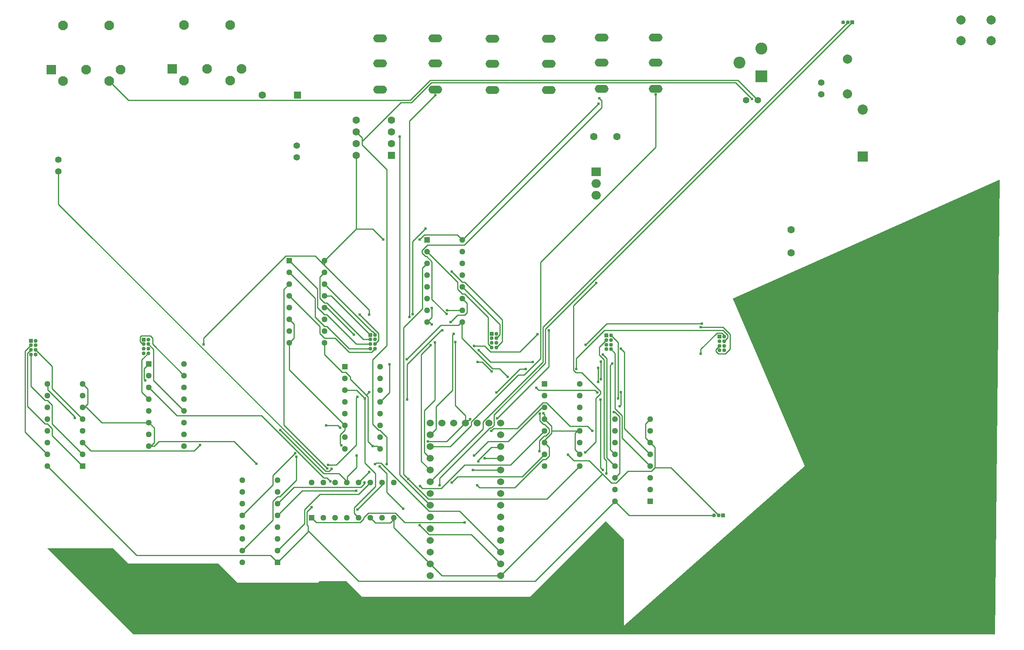
<source format=gtl>
G04 Layer: TopLayer*
G04 EasyEDA Pro v2.2.35.2, 2025-01-25 12:46:23*
G04 Gerber Generator version 0.3*
G04 Scale: 100 percent, Rotated: No, Reflected: No*
G04 Dimensions in millimeters*
G04 Leading zeros omitted, absolute positions, 4 integers and 5 decimals*
%FSLAX45Y45*%
%MOMM*%
%ADD10C,2.0*%
%ADD11C,1.2*%
%ADD12O,3.008X1.708*%
%ADD13R,1.2954X1.2954*%
%ADD14C,1.2954*%
%ADD15C,1.6*%
%ADD16C,1.4*%
%ADD17R,2.2021X2.2*%
%ADD18R,2.2X2.2*%
%ADD19C,2.2*%
%ADD20R,1.6X1.6*%
%ADD21R,2.6X2.6*%
%ADD22C,2.6*%
%ADD23C,1.53*%
%ADD24R,1.2954X1.2954*%
%ADD25R,2.1X2.1*%
%ADD26C,2.1*%
%ADD27R,1.2954X1.2954*%
%ADD28R,1.6X1.6*%
%ADD29R,2.0X1.905*%
%ADD30O,2.0X1.905*%
%ADD31R,0.85X0.85*%
%ADD32C,0.85*%
%ADD33R,0.85X0.85*%
%ADD34C,0.61*%
%ADD35C,0.254*%
G75*


G04 PolygonModel Start*
G36*
G01X13081000Y-13373100D02*
G01X16992600Y-9918700D01*
G01X15436137Y-6299200D01*
G01X21209000Y-3721100D01*
G01X21107400Y-13563600D01*
G01X2476500Y-13563600D01*
G01X609600Y-11696700D01*
G01X2032000Y-11696700D01*
G01X2362200Y-12026900D01*
G01X4305300Y-12026900D01*
G01X4724400Y-12446000D01*
G01X6464300Y-12446000D01*
G01X6502400Y-12407900D01*
G01X7073900Y-12407900D01*
G01X7416800Y-12750800D01*
G01X11049000Y-12750800D01*
G01X12687300Y-11112500D01*
G01X13081000Y-11506200D01*
G01X13081000Y-13373100D01*
G37*

G04 Pad Start*
G54D10*
G01X21020800Y-266700D03*
G01X20370800Y-266700D03*
G01X21020800Y-716700D03*
G01X20370800Y-716700D03*
G54D11*
G01X10301200Y-1216300D03*
G01X10171200Y-676300D03*
G01X10301200Y-1786300D03*
G01X10301200Y-676300D03*
G01X10171200Y-1216300D03*
G01X10171200Y-1786300D03*
G54D12*
G01X10236200Y-676300D03*
G01X10236200Y-1216300D03*
G01X10236200Y-1786300D03*
G54D13*
G01X5588000Y-12001500D03*
G54D14*
G01X5588000Y-11747500D03*
G01X5588000Y-11493500D03*
G01X5588000Y-11239500D03*
G01X5588000Y-10985500D03*
G01X5588000Y-10731500D03*
G01X5588000Y-10477500D03*
G01X5588000Y-10223500D03*
G01X4826000Y-10223500D03*
G01X4826000Y-10477500D03*
G01X4826000Y-10731500D03*
G01X4826000Y-10985500D03*
G01X4826000Y-11239500D03*
G01X4826000Y-11493500D03*
G01X4826000Y-11747500D03*
G01X4826000Y-12001500D03*
G54D10*
G01X17919700Y-1117600D03*
G01X17919700Y-1867600D03*
G54D15*
G01X12928600Y-2794000D03*
G01X12428600Y-2794000D03*
G01X16700500Y-5308600D03*
G01X16700500Y-4808600D03*
G54D16*
G01X6007100Y-3238500D03*
G01X6007100Y-2984500D03*
G54D18*
G01X18249900Y-3225800D03*
G54D19*
G01X18249900Y-2209800D03*
G54D20*
G01X6019800Y-1892300D03*
G54D15*
G01X5257800Y-1892300D03*
G54D21*
G01X16052800Y-1485900D03*
G54D22*
G01X16052800Y-885900D03*
G01X15582800Y-1185900D03*
G54D23*
G01X10414000Y-12039600D03*
G01X10414000Y-11785600D03*
G01X10414000Y-11531600D03*
G01X10414000Y-11277600D03*
G01X9906000Y-8991600D03*
G01X8890000Y-11785600D03*
G01X10414000Y-11023600D03*
G01X10414000Y-10769600D03*
G01X10414000Y-10515600D03*
G01X10414000Y-10261600D03*
G01X10414000Y-10007600D03*
G01X10414000Y-9753600D03*
G01X10414000Y-9499600D03*
G01X10414000Y-9245600D03*
G01X10414000Y-8991600D03*
G01X8890000Y-8991600D03*
G01X8890000Y-9245600D03*
G01X8890000Y-9499600D03*
G01X8890000Y-9753600D03*
G01X8890000Y-10007600D03*
G01X8890000Y-10261600D03*
G01X8890000Y-10515600D03*
G01X8890000Y-10769600D03*
G01X8890000Y-11023600D03*
G01X8890000Y-11277600D03*
G01X8890000Y-11531600D03*
G01X10414000Y-12293600D03*
G01X9652000Y-8991600D03*
G01X8890000Y-12039600D03*
G01X9144000Y-8991600D03*
G01X9398000Y-8991600D03*
G01X10160000Y-8991600D03*
G01X8890000Y-12293600D03*
G54D24*
G01X11366500Y-8140700D03*
G54D14*
G01X11366500Y-8394700D03*
G01X11366500Y-8648700D03*
G01X11366500Y-8902700D03*
G01X11366500Y-9156700D03*
G01X11366500Y-9410700D03*
G01X11366500Y-9664700D03*
G01X11366500Y-9918700D03*
G01X12128500Y-9918700D03*
G01X12128500Y-9664700D03*
G01X12128500Y-9410700D03*
G01X12128500Y-9156700D03*
G01X12128500Y-8902700D03*
G01X12128500Y-8648700D03*
G01X12128500Y-8394700D03*
G01X12128500Y-8140700D03*
G54D25*
G01X3314000Y-1325900D03*
G54D26*
G01X4064000Y-1325900D03*
G01X4814000Y-1325900D03*
G01X3564000Y-1575900D03*
G01X4564000Y-1575900D03*
G01X4564000Y-375900D03*
G01X3564000Y-375900D03*
G54D24*
G01X5842000Y-5473700D03*
G54D14*
G01X5842000Y-5727700D03*
G01X5842000Y-5981700D03*
G01X5842000Y-6235700D03*
G01X5842000Y-6489700D03*
G01X5842000Y-6743700D03*
G01X5842000Y-6997700D03*
G01X5842000Y-7251700D03*
G01X6604000Y-7251700D03*
G01X6604000Y-6997700D03*
G01X6604000Y-6743700D03*
G01X6604000Y-6489700D03*
G01X6604000Y-6235700D03*
G01X6604000Y-5981700D03*
G01X6604000Y-5727700D03*
G01X6604000Y-5473700D03*
G54D27*
G01X6324600Y-11036300D03*
G54D14*
G01X6578600Y-11036300D03*
G01X6832600Y-11036300D03*
G01X7086600Y-11036300D03*
G01X7340600Y-11036300D03*
G01X7594600Y-11036300D03*
G01X7848600Y-11036300D03*
G01X8102600Y-11036300D03*
G01X8102600Y-10274300D03*
G01X7848600Y-10274300D03*
G01X7594600Y-10274300D03*
G01X7340600Y-10274300D03*
G01X7086600Y-10274300D03*
G01X6832600Y-10274300D03*
G01X6578600Y-10274300D03*
G01X6324600Y-10274300D03*
G54D11*
G01X12663400Y-1190900D03*
G01X12533400Y-650900D03*
G01X12663400Y-1760900D03*
G01X12663400Y-650900D03*
G01X12533400Y-1190900D03*
G01X12533400Y-1760900D03*
G54D12*
G01X12598400Y-650900D03*
G01X12598400Y-1190900D03*
G01X12598400Y-1760900D03*
G54D24*
G01X2806700Y-7708900D03*
G54D14*
G01X2806700Y-7962900D03*
G01X2806700Y-8216900D03*
G01X2806700Y-8470900D03*
G01X2806700Y-8724900D03*
G01X2806700Y-8978900D03*
G01X2806700Y-9232900D03*
G01X2806700Y-9486900D03*
G01X3568700Y-9486900D03*
G01X3568700Y-9232900D03*
G01X3568700Y-8978900D03*
G01X3568700Y-8724900D03*
G01X3568700Y-8470900D03*
G01X3568700Y-8216900D03*
G01X3568700Y-7962900D03*
G01X3568700Y-7708900D03*
G54D11*
G01X13831800Y-1190900D03*
G01X13701800Y-650900D03*
G01X13831800Y-1760900D03*
G01X13831800Y-650900D03*
G01X13701800Y-1190900D03*
G01X13701800Y-1760900D03*
G54D12*
G01X13766800Y-650900D03*
G01X13766800Y-1190900D03*
G01X13766800Y-1760900D03*
G54D16*
G01X17348200Y-1625600D03*
G01X17348200Y-1879600D03*
G54D24*
G01X7048500Y-7772400D03*
G54D14*
G01X7048500Y-8026400D03*
G01X7048500Y-8280400D03*
G01X7048500Y-8534400D03*
G01X7048500Y-8788400D03*
G01X7048500Y-9042400D03*
G01X7048500Y-9296400D03*
G01X7048500Y-9550400D03*
G01X7810500Y-9550400D03*
G01X7810500Y-9296400D03*
G01X7810500Y-9042400D03*
G01X7810500Y-8788400D03*
G01X7810500Y-8534400D03*
G01X7810500Y-8280400D03*
G01X7810500Y-8026400D03*
G01X7810500Y-7772400D03*
G54D28*
G01X8051800Y-3200400D03*
G54D15*
G01X8051800Y-2946400D03*
G01X8051800Y-2692400D03*
G01X8051800Y-2438400D03*
G01X7289800Y-2438400D03*
G01X7289800Y-2692400D03*
G01X7289800Y-2946400D03*
G01X7289800Y-3200400D03*
G54D13*
G01X13652500Y-10680700D03*
G54D14*
G01X13652500Y-10426700D03*
G01X13652500Y-10172700D03*
G01X13652500Y-9918700D03*
G01X13652500Y-9664700D03*
G01X13652500Y-9410700D03*
G01X13652500Y-9156700D03*
G01X13652500Y-8902700D03*
G01X12890500Y-8902700D03*
G01X12890500Y-9156700D03*
G01X12890500Y-9410700D03*
G01X12890500Y-9664700D03*
G01X12890500Y-9918700D03*
G01X12890500Y-10172700D03*
G01X12890500Y-10426700D03*
G01X12890500Y-10680700D03*
G54D13*
G01X1371600Y-9918700D03*
G54D14*
G01X1371600Y-9664700D03*
G01X1371600Y-9410700D03*
G01X1371600Y-9156700D03*
G01X1371600Y-8902700D03*
G01X1371600Y-8648700D03*
G01X1371600Y-8394700D03*
G01X1371600Y-8140700D03*
G01X609600Y-8140700D03*
G01X609600Y-8394700D03*
G01X609600Y-8648700D03*
G01X609600Y-8902700D03*
G01X609600Y-9156700D03*
G01X609600Y-9410700D03*
G01X609600Y-9664700D03*
G01X609600Y-9918700D03*
G54D11*
G01X11520400Y-1216300D03*
G01X11390400Y-676300D03*
G01X11520400Y-1786300D03*
G01X11520400Y-676300D03*
G01X11390400Y-1216300D03*
G01X11390400Y-1786300D03*
G54D12*
G01X11455400Y-676300D03*
G01X11455400Y-1216300D03*
G01X11455400Y-1786300D03*
G54D24*
G01X8826500Y-5029200D03*
G54D14*
G01X8826500Y-5283200D03*
G01X8826500Y-5537200D03*
G01X8826500Y-5791200D03*
G01X8826500Y-6045200D03*
G01X8826500Y-6299200D03*
G01X8826500Y-6553200D03*
G01X8826500Y-6807200D03*
G01X9588500Y-6807200D03*
G01X9588500Y-6553200D03*
G01X9588500Y-6299200D03*
G01X9588500Y-6045200D03*
G01X9588500Y-5791200D03*
G01X9588500Y-5537200D03*
G01X9588500Y-5283200D03*
G01X9588500Y-5029200D03*
G54D25*
G01X697800Y-1338600D03*
G54D26*
G01X1447800Y-1338600D03*
G01X2197800Y-1338600D03*
G01X947800Y-1588600D03*
G01X1947800Y-1588600D03*
G01X1947800Y-388600D03*
G01X947800Y-388600D03*
G54D16*
G01X850900Y-3289300D03*
G01X850900Y-3543300D03*
G54D11*
G01X9069300Y-1203600D03*
G01X8939300Y-663600D03*
G01X9069300Y-1773600D03*
G01X9069300Y-663600D03*
G01X8939300Y-1203600D03*
G01X8939300Y-1773600D03*
G54D12*
G01X9004300Y-663600D03*
G01X9004300Y-1203600D03*
G01X9004300Y-1773600D03*
G54D29*
G01X12484100Y-3556000D03*
G54D30*
G01X12484100Y-3810000D03*
G01X12484100Y-4064000D03*
G54D11*
G01X7875500Y-1203600D03*
G01X7745500Y-663600D03*
G01X7875500Y-1773600D03*
G01X7875500Y-663600D03*
G01X7745500Y-1203600D03*
G01X7745500Y-1773600D03*
G54D12*
G01X7810500Y-663600D03*
G01X7810500Y-1203600D03*
G01X7810500Y-1773600D03*
G54D16*
G01X15722600Y-2006600D03*
G01X15976600Y-2006600D03*
G54D31*
G01X254000Y-7205700D03*
G54D32*
G01X354000Y-7205700D03*
G01X254000Y-7305700D03*
G01X354000Y-7305700D03*
G01X254000Y-7405700D03*
G01X354000Y-7405700D03*
G01X254000Y-7505700D03*
G01X354000Y-7505700D03*
G54D31*
G01X2692400Y-7180300D03*
G54D32*
G01X2792400Y-7180300D03*
G01X2692400Y-7280300D03*
G01X2792400Y-7280300D03*
G01X2692400Y-7380300D03*
G01X2792400Y-7380300D03*
G01X2692400Y-7480300D03*
G01X2792400Y-7480300D03*
G54D31*
G01X7594600Y-7078700D03*
G54D32*
G01X7694600Y-7078700D03*
G01X7594600Y-7178700D03*
G01X7694600Y-7178700D03*
G01X7594600Y-7278700D03*
G01X7694600Y-7278700D03*
G01X7594600Y-7378700D03*
G01X7694600Y-7378700D03*
G54D31*
G01X10223500Y-7053300D03*
G54D32*
G01X10323500Y-7053300D03*
G01X10223500Y-7153300D03*
G01X10323500Y-7153300D03*
G01X10223500Y-7253300D03*
G01X10323500Y-7253300D03*
G01X10223500Y-7353300D03*
G01X10323500Y-7353300D03*
G54D31*
G01X12700000Y-7091400D03*
G54D32*
G01X12800000Y-7091400D03*
G01X12700000Y-7191400D03*
G01X12800000Y-7191400D03*
G01X12700000Y-7291400D03*
G01X12800000Y-7291400D03*
G01X12700000Y-7391400D03*
G01X12800000Y-7391400D03*
G54D31*
G01X15151100Y-7116800D03*
G54D32*
G01X15251100Y-7116800D03*
G01X15151100Y-7216800D03*
G01X15251100Y-7216800D03*
G01X15151100Y-7316800D03*
G01X15251100Y-7316800D03*
G01X15151100Y-7416800D03*
G01X15251100Y-7416800D03*
G54D33*
G01X18022000Y-317000D03*
G54D32*
G01X17922000Y-317000D03*
G01X17822000Y-317000D03*
G54D33*
G01X15228000Y-10985000D03*
G54D32*
G01X15128000Y-10985000D03*
G01X15028000Y-10985000D03*
G04 Pad End*

G04 Via Start*
G54D34*
G01X11252200Y-9601200D03*
G01X11264900Y-8788400D03*
G01X6324600Y-10807700D03*
G01X6680200Y-9893300D03*
G01X7315200Y-8420100D03*
G01X7569200Y-6642100D03*
G01X7874000Y-5016500D03*
G01X8661400Y-5016500D03*
G01X3987800Y-7289800D03*
G01X12534900Y-2082800D03*
G01X9398000Y-7061200D03*
G01X9245600Y-6629400D03*
G01X12547600Y-1964100D03*
G01X13766800Y-1879600D03*
G01X8788400Y-4783500D03*
G01X8509000Y-6637700D03*
G01X8991600Y-7247300D03*
G01X8902700Y-7302500D03*
G01X8445500Y-6692900D03*
G01X9004300Y-1892300D03*
G01X8229600Y-2794000D03*
G01X10337800Y-8890000D03*
G01X11455400Y-6985000D03*
G01X2730500Y-8064500D03*
G01X7239000Y-7073900D03*
G01X7366000Y-6642100D03*
G01X9359900Y-5715000D03*
G01X12623800Y-7505700D03*
G01X12865100Y-8750300D03*
G01X12952400Y-8456600D03*
G01X12700000Y-10083800D03*
G01X12825400Y-7697800D03*
G01X12992100Y-8623300D03*
G01X13017500Y-8318500D03*
G01X12585700Y-8039100D03*
G01X12585700Y-7658100D03*
G01X13017500Y-7381900D03*
G01X12623800Y-10007600D03*
G01X12573000Y-8483600D03*
G01X12522200Y-8102600D03*
G01X12522200Y-7797800D03*
G01X8013700Y-7721600D03*
G01X9918700Y-7670800D03*
G01X10223500Y-7874000D03*
G01X14744700Y-7493000D03*
G01X10325100Y-8331200D03*
G01X10960100Y-7823200D03*
G01X12052300Y-7823200D03*
G01X9840900Y-7316800D03*
G01X11212500Y-7062800D03*
G01X14743100Y-6910400D03*
G01X12253900Y-7291400D03*
G01X14768500Y-6834200D03*
G01X9944100Y-7416800D03*
G01X11112500Y-7670800D03*
G01X11188700Y-8229600D03*
G01X12509500Y-8331200D03*
G01X8928100Y-6502400D03*
G01X8928100Y-6858000D03*
G01X9436100Y-7239000D03*
G01X9753600Y-8902700D03*
G01X11874500Y-9677400D03*
G01X8839200Y-9385300D03*
G01X6972300Y-9474200D03*
G01X5130800Y-9867900D03*
G01X7289800Y-10452100D03*
G01X9817100Y-10007600D03*
G01X10071100Y-9753600D03*
G01X9931400Y-9817100D03*
G01X8661400Y-11201400D03*
G01X8305800Y-10845800D03*
G01X7797800Y-9931400D03*
G01X7950200Y-9880600D03*
G01X15849600Y-1981200D03*
G01X7696200Y-9880600D03*
G01X6756400Y-9982200D03*
G01X7315200Y-10858500D03*
G01X7467600Y-10274300D03*
G01X6642100Y-9042400D03*
G01X6946900Y-9093200D03*
G01X8394700Y-8483600D03*
G01X9156700Y-6985000D03*
G01X9334500Y-6807200D03*
G01X5969000Y-9639300D03*
G01X9258300Y-6553200D03*
G01X10210800Y-9156700D03*
G01X12395200Y-9156700D03*
G01X1206500Y-8877300D03*
G01X5994400Y-9715500D03*
G01X7645400Y-9486900D03*
G01X7569200Y-8318500D03*
G01X8382000Y-7607300D03*
G01X10566400Y-7988300D03*
G01X9842500Y-9690100D03*
G01X7302500Y-9690100D03*
G01X5651500Y-9144000D03*
G01X3911600Y-9461500D03*
G01X8674100Y-10350500D03*
G01X6731000Y-10248900D03*
G01X9359900Y-10274300D03*
G01X6667500Y-9969500D03*
G01X8420100Y-10198100D03*
G01X7569200Y-10045700D03*
G01X9639300Y-11137900D03*
G01X7480300Y-8458200D03*
G01X9906000Y-10337800D03*
G01X11341100Y-8775700D03*
G01X12242800Y-9626600D03*
G01X12484100Y-5956300D03*
G01X9093200Y-10337800D03*
G04 Via End*

G04 Track Start*
G54D35*
G01X11252200Y-9601200D02*
G01X11252200Y-9372600D01*
G01X11353800Y-9271000D01*
G01X11391900Y-9271000D01*
G01X11468100Y-9194800D01*
G01X11468100Y-9118600D01*
G01X11366500Y-9017000D01*
G01X11341100Y-9017000D01*
G01X11264900Y-8940800D01*
G01X11264900Y-8788400D01*
G01X5588000Y-12001500D02*
G01X6248400Y-11341100D01*
G01X6248400Y-11214100D02*
G01X6223000Y-11188700D01*
G01X6223000Y-10909300D01*
G01X6324600Y-10807700D01*
G01X6680200Y-9893300D02*
G01X6858000Y-9893300D01*
G01X7289800Y-9461500D01*
G01X7289800Y-8445500D01*
G01X7315200Y-8420100D01*
G01X7569200Y-6642100D02*
G01X7569200Y-6540500D01*
G01X6604000Y-5575300D01*
G01X6604000Y-5473700D01*
G01X6604000Y-5473700D02*
G01X7289800Y-4787900D01*
G01X7289800Y-3200400D01*
G01X7289800Y-4787900D02*
G01X7645400Y-4787900D01*
G01X7874000Y-5016500D01*
G01X8661400Y-5016500D02*
G01X8763000Y-4914900D01*
G01X9474200Y-4914900D01*
G01X9588500Y-5029200D01*
G01X6604000Y-5575300D02*
G01X6400800Y-5372100D01*
G01X5765800Y-5372100D01*
G01X3987800Y-7150100D01*
G01X3987800Y-7289800D01*
G01X5588000Y-12001500D02*
G01X5435600Y-11849100D01*
G01X2540000Y-11849100D01*
G01X609600Y-9918700D01*
G01X6248400Y-11315700D02*
G01X7340600Y-12407900D01*
G01X11163300Y-12407900D01*
G01X12890500Y-10680700D01*
G01X13194800Y-10985000D01*
G01X15028000Y-10985000D01*
G01X9588500Y-5029200D02*
G01X12534900Y-2082800D01*
G01X8890000Y-9245600D02*
G01X9017000Y-9118600D01*
G01X9017000Y-8636000D01*
G01X9372600Y-8280400D01*
G01X9372600Y-7086600D01*
G01X9398000Y-7061200D01*
G01X9245600Y-6629400D02*
G01X8927197Y-6310997D01*
G01X8927197Y-5498197D01*
G01X8813800Y-5384800D01*
G01X8788400Y-5384800D01*
G01X8712200Y-5308600D01*
G01X8712200Y-5257800D01*
G01X8830900Y-5139100D01*
G01X9626600Y-5139100D01*
G01X12598400Y-2167300D01*
G01X12598400Y-2014900D01*
G01X12547600Y-1964100D01*
G01X8890000Y-9499600D02*
G01X9321800Y-9499600D01*
G01X9779000Y-9042400D01*
G01X9779000Y-8966200D01*
G01X10795000Y-7950200D01*
G01X10922000Y-7950200D01*
G01X11277600Y-7594600D01*
G01X11277600Y-5511800D01*
G01X13766800Y-3022600D01*
G01X13766800Y-1879600D01*
G01X8788400Y-4783500D02*
G01X8509000Y-5062900D01*
G01X8509000Y-6637700D01*
G01X8991600Y-7247300D02*
G01X8991600Y-8491900D01*
G01X8763000Y-8720500D01*
G01X8763000Y-9626600D01*
G01X8890000Y-9753600D01*
G01X8890000Y-10007600D02*
G01X8699500Y-9817100D01*
G01X8699500Y-7505700D01*
G01X8902700Y-7302500D01*
G01X8445500Y-6692900D02*
G01X8445500Y-2451100D01*
G01X9004300Y-1892300D01*
G01X8890000Y-10769600D02*
G01X8229600Y-10109200D01*
G01X8229600Y-2794000D01*
G01X10337800Y-8890000D02*
G01X11455400Y-7772400D01*
G01X11455400Y-6985000D01*
G01X609600Y-9664700D02*
G01X127000Y-9182100D01*
G01X127000Y-7432700D01*
G01X254000Y-7305700D01*
G01X1371600Y-9918700D02*
G01X711200Y-9258300D01*
G01X711200Y-9105900D01*
G01X609600Y-9004300D01*
G01X558800Y-9004300D01*
G01X177800Y-8623300D01*
G01X177800Y-7481900D01*
G01X254000Y-7405700D01*
G01X1371600Y-8902700D02*
G01X711200Y-8242300D01*
G01X711200Y-7762900D01*
G01X354000Y-7405700D01*
G01X1371600Y-9664700D02*
G01X711200Y-9004300D01*
G01X711200Y-8597900D01*
G01X609600Y-8496300D01*
G01X558800Y-8496300D01*
G01X254000Y-8191500D01*
G01X254000Y-7505700D01*
G01X3568700Y-7962900D02*
G01X2886100Y-7280300D01*
G01X2886100Y-7153300D01*
G01X2835300Y-7102500D01*
G01X2641600Y-7102500D01*
G01X2616200Y-7127900D01*
G01X2616200Y-7229500D01*
G01X2667000Y-7280300D01*
G01X2692400Y-7280300D01*
G01X3568700Y-8724900D02*
G01X2908300Y-8064500D01*
G01X2908300Y-7396200D01*
G01X2792400Y-7280300D01*
G01X2806700Y-7708900D02*
G01X2705100Y-7810500D01*
G01X2705100Y-8039100D01*
G01X2730500Y-8064500D01*
G01X2806700Y-8470900D02*
G01X2654300Y-8318500D01*
G01X2654300Y-7618400D01*
G01X2792400Y-7480300D01*
G01X6604000Y-6235700D02*
G01X6751600Y-6235700D01*
G01X7594600Y-7078700D01*
G01X6604000Y-5981700D02*
G01X7626400Y-7004100D01*
G01X7645400Y-7004100D01*
G01X7694600Y-7053300D01*
G01X7694600Y-7078700D01*
G01X6604000Y-5727700D02*
G01X6502400Y-5829300D01*
G01X6502400Y-6289700D01*
G01X6604000Y-6391300D01*
G01X6654800Y-6391300D01*
G01X7442200Y-7178700D01*
G01X7594600Y-7178700D01*
G01X6604000Y-6489700D02*
G01X6654800Y-6489700D01*
G01X7239000Y-7073900D01*
G01X5842000Y-5473700D02*
G01X6451600Y-6083300D01*
G01X6451600Y-6491300D01*
G01X6604000Y-6643700D01*
G01X6654800Y-6643700D01*
G01X7289800Y-7278700D01*
G01X7594600Y-7278700D01*
G01X7366000Y-6642100D02*
G01X7772400Y-7048500D01*
G01X7772400Y-7200900D01*
G01X7694600Y-7278700D01*
G01X5842000Y-5727700D02*
G01X6400800Y-6286500D01*
G01X6400800Y-6692900D01*
G01X6604000Y-6896100D01*
G01X6654800Y-6896100D01*
G01X7137400Y-7378700D01*
G01X7594600Y-7378700D01*
G01X5842000Y-6235700D02*
G01X6502400Y-6896100D01*
G01X6502400Y-7048500D01*
G01X6604000Y-7150100D01*
G01X6832600Y-7150100D01*
G01X7137400Y-7454900D01*
G01X7618400Y-7454900D01*
G01X7694600Y-7378700D01*
G01X9588500Y-6045200D02*
G01X10399700Y-6856400D01*
G01X10399700Y-7077100D01*
G01X10323500Y-7153300D01*
G01X8826500Y-5283200D02*
G01X9486900Y-5943600D01*
G01X9486900Y-6096000D01*
G01X9588500Y-6197600D01*
G01X9639300Y-6197600D01*
G01X10147300Y-6705600D01*
G01X10147300Y-7277100D01*
G01X10223500Y-7353300D01*
G01X9359900Y-5715000D02*
G01X9588500Y-5943600D01*
G01X9639300Y-5943600D01*
G01X10452100Y-6756400D01*
G01X10452100Y-7224700D01*
G01X10323500Y-7353300D01*
G01X12890500Y-9918700D02*
G01X12712700Y-9740900D01*
G01X12712700Y-7594600D01*
G01X12623800Y-7505700D01*
G01X12890500Y-10172700D02*
G01X12992100Y-10071100D01*
G01X12992100Y-8851900D01*
G01X12890500Y-8750300D01*
G01X12865100Y-8750300D01*
G01X12952400Y-8456600D02*
G01X12952400Y-7243800D01*
G01X12800000Y-7091400D01*
G01X12700000Y-10083800D02*
G01X12700000Y-9804400D01*
G01X12649200Y-9753600D01*
G01X12649200Y-7620000D01*
G01X12547600Y-7518400D01*
G01X12547600Y-7343800D01*
G01X12700000Y-7191400D01*
G01X12890500Y-9664700D02*
G01X12788900Y-9563100D01*
G01X12788900Y-7734300D01*
G01X12825400Y-7697800D01*
G01X12992100Y-8623300D02*
G01X13017500Y-8597900D01*
G01X13017500Y-8318500D01*
G01X12585700Y-8039100D02*
G01X12585700Y-7658100D01*
G01X13652500Y-9664700D02*
G01X13093700Y-9105900D01*
G01X13093700Y-7458100D01*
G01X13017500Y-7381900D01*
G01X12623800Y-10007600D02*
G01X12573000Y-9956800D01*
G01X12573000Y-8483600D01*
G01X12522200Y-8102600D02*
G01X12522200Y-7797800D01*
G01X13652500Y-9918700D02*
G01X13042900Y-9309100D01*
G01X13042900Y-8826500D01*
G01X12890500Y-8674100D01*
G01X12890500Y-7481900D01*
G01X12800000Y-7391400D01*
G01X7810500Y-8534400D02*
G01X8013700Y-8331200D01*
G01X8013700Y-7721600D01*
G01X9918700Y-7670800D02*
G01X10020300Y-7670800D01*
G01X10223500Y-7874000D01*
G01X14744700Y-7493000D02*
G01X14744700Y-7391400D01*
G01X15093900Y-7042200D01*
G01X15201900Y-7042200D01*
G01X15251100Y-7091400D01*
G01X15251100Y-7116800D01*
G01X10325100Y-8331200D02*
G01X10833100Y-7823200D01*
G01X10960100Y-7823200D01*
G01X12052300Y-7823200D02*
G01X12052300Y-7594600D01*
G01X12661900Y-6985000D01*
G01X15227300Y-6985000D01*
G01X15328900Y-7086600D01*
G01X15328900Y-7139000D01*
G01X15251100Y-7216800D01*
G01X9840900Y-7316800D02*
G01X10069500Y-7316800D01*
G01X10196500Y-7443800D01*
G01X10831500Y-7443800D01*
G01X11212500Y-7062800D01*
G01X14743100Y-6910400D02*
G01X15225700Y-6910400D01*
G01X15378100Y-7062800D01*
G01X15378100Y-7391400D01*
G01X15276500Y-7493000D01*
G01X15124100Y-7493000D01*
G01X15073300Y-7442200D01*
G01X15073300Y-7394600D01*
G01X15151100Y-7316800D01*
G01X12253900Y-7291400D02*
G01X12711100Y-6834200D01*
G01X14768500Y-6834200D01*
G01X9944100Y-7416800D02*
G01X10198100Y-7670800D01*
G01X11112500Y-7670800D01*
G01X11188700Y-8229600D02*
G01X11239500Y-8280400D01*
G01X12458700Y-8280400D01*
G01X12509500Y-8331200D01*
G01X8928100Y-6502400D02*
G01X8928100Y-6705600D01*
G01X8826500Y-6807200D01*
G01X8877300Y-6807200D01*
G01X8928100Y-6858000D01*
G01X9436100Y-7239000D02*
G01X9436100Y-8610600D01*
G01X9652000Y-8826500D01*
G01X9652000Y-8928100D02*
G01X9728200Y-8928100D01*
G01X9753600Y-8902700D01*
G01X11874500Y-9677400D02*
G01X12001500Y-9804400D01*
G01X12331700Y-9804400D01*
G01X12814300Y-10287000D02*
G01X12915900Y-10287000D01*
G01X13169900Y-10033000D01*
G01X13677900Y-10033000D01*
G01X13754100Y-9956800D01*
G01X13754100Y-9512300D01*
G01X13652500Y-9410700D01*
G01X13550900Y-9309100D01*
G01X13550900Y-9004300D01*
G01X13652500Y-8902700D01*
G01X13754100Y-9956800D02*
G01X14099800Y-9956800D01*
G01X15128000Y-10985000D01*
G01X12611100Y-10083800D02*
G01X12611100Y-10096500D01*
G01X10414000Y-12293600D01*
G01X9144000Y-12293600D01*
G01X8890000Y-12039600D01*
G01X8102600Y-11252200D01*
G01X8102600Y-11074400D02*
G01X8026400Y-11150600D01*
G01X7708900Y-11150600D01*
G01X7594600Y-11036300D01*
G01X9652000Y-8978900D02*
G01X9245600Y-9385300D01*
G01X8839200Y-9385300D01*
G01X6972300Y-9474200D02*
G01X6946900Y-9448800D01*
G01X6946900Y-9245600D01*
G01X7048500Y-9144000D01*
G01X7048500Y-9042400D01*
G01X5842000Y-7835900D01*
G01X5842000Y-7251700D01*
G01X5943600Y-7150100D01*
G01X5943600Y-6845300D01*
G01X5842000Y-6743700D01*
G01X5130800Y-9867900D02*
G01X4648200Y-9385300D01*
G01X3022600Y-9385300D01*
G01X2921000Y-9486900D01*
G01X2844800Y-9486900D02*
G01X2921000Y-9410700D01*
G01X2921000Y-9093200D01*
G01X2806700Y-8978900D01*
G01X1790700Y-8978900D01*
G01X1460500Y-8648700D01*
G01X1409700Y-8648700D02*
G01X1485900Y-8572500D01*
G01X1485900Y-8255000D01*
G01X1371600Y-8140700D01*
G01X5588000Y-10985500D02*
G01X6121400Y-10452100D01*
G01X7289800Y-10452100D01*
G01X9817100Y-10007600D02*
G01X10414000Y-10007600D01*
G01X10071100Y-9753600D02*
G01X10414000Y-9753600D01*
G01X9931400Y-9817100D02*
G01X9931400Y-9791700D01*
G01X10210800Y-9512300D01*
G01X10401300Y-9512300D01*
G01X10414000Y-9499600D01*
G01X10414000Y-12039600D02*
G01X9779000Y-11404600D01*
G01X8864600Y-11404600D01*
G01X8661400Y-11201400D01*
G01X8305800Y-10845800D02*
G01X7950200Y-10490200D01*
G01X7950200Y-10083800D01*
G01X7797800Y-9931400D01*
G01X7950200Y-9880600D02*
G01X7950200Y-9296400D01*
G01X7797800Y-9144000D01*
G01X7772400Y-9144000D01*
G01X7645400Y-9017000D01*
G01X7645400Y-7620000D01*
G01X7950200Y-7315200D01*
G01X7950200Y-3505200D01*
G01X7416800Y-2971800D01*
G01X7416800Y-2819400D02*
G01X7289800Y-2692400D01*
G01X7416800Y-2895600D02*
G01X8255000Y-2057400D01*
G01X8483600Y-2057400D01*
G01X8915400Y-1625600D01*
G01X15494000Y-1625600D01*
G01X15849600Y-1981200D01*
G01X10414000Y-11785600D02*
G01X9525000Y-10896600D01*
G01X8864600Y-10896600D01*
G01X7823200Y-9855200D01*
G01X7721600Y-9855200D01*
G01X7696200Y-9880600D01*
G01X6756400Y-9982200D02*
G01X6705600Y-10033000D01*
G01X6629400Y-10033000D01*
G01X850900Y-4254500D01*
G01X850900Y-3543300D01*
G01X5588000Y-11747500D02*
G01X6172200Y-11163300D01*
G01X6172200Y-10858500D01*
G01X6502400Y-10528300D01*
G01X7340600Y-10528300D01*
G01X7594600Y-10274300D01*
G01X7315200Y-10858500D02*
G01X7848600Y-10325100D01*
G01X7848600Y-10274300D01*
G01X5588000Y-10731500D02*
G01X5943600Y-10375900D01*
G01X7391400Y-10375900D01*
G01X7467600Y-10299700D01*
G01X7467600Y-10274300D01*
G01X6642100Y-9042400D02*
G01X6896100Y-9042400D01*
G01X6946900Y-9093200D01*
G01X8394700Y-8483600D02*
G01X8394700Y-7721600D01*
G01X9131300Y-6985000D01*
G01X9156700Y-6985000D01*
G01X9334500Y-6807200D02*
G01X9486900Y-6654800D01*
G01X9639300Y-6654800D01*
G01X9690100Y-6604000D01*
G01X9690100Y-6400800D01*
G01X9588500Y-6299200D01*
G01X4826000Y-10985500D02*
G01X5486400Y-10325100D01*
G01X5486400Y-10121900D01*
G01X5969000Y-9639300D01*
G01X9258300Y-6553200D02*
G01X9588500Y-6553200D01*
G01X10210800Y-9156700D02*
G01X10261600Y-9105900D01*
G01X10769600Y-9105900D01*
G01X11328400Y-8547100D01*
G01X11404600Y-8547100D01*
G01X11912600Y-9055100D01*
G01X12293600Y-9055100D01*
G01X12395200Y-9156700D01*
G01X1206500Y-8877300D02*
G01X1206500Y-8851900D01*
G01X622300Y-8267700D01*
G01X622300Y-8153400D01*
G01X609600Y-8140700D01*
G01X4826000Y-11747500D02*
G01X5486400Y-11087100D01*
G01X5486400Y-10680700D01*
G01X5588000Y-10579100D01*
G01X5638800Y-10579100D01*
G01X5994400Y-10223500D01*
G01X5994400Y-9715500D01*
G01X7645400Y-9486900D02*
G01X7747000Y-9486900D01*
G01X7810500Y-9550400D01*
G01X7645400Y-9486900D02*
G01X7543800Y-9385300D01*
G01X7543800Y-8420100D01*
G01X7162800Y-8039100D02*
G01X7162800Y-7988300D01*
G01X7061200Y-7886700D01*
G01X6985000Y-7886700D01*
G01X6604000Y-7505700D01*
G01X6604000Y-7251700D01*
G01X7518400Y-8394700D02*
G01X7518400Y-8369300D01*
G01X7569200Y-8318500D01*
G01X8382000Y-7607300D02*
G01X9118600Y-6870700D01*
G01X9499600Y-6870700D01*
G01X9550400Y-6819900D01*
G01X9575800Y-6819900D01*
G01X9588500Y-6807200D01*
G01X9575800Y-6819900D02*
G01X9575800Y-7150100D01*
G01X10236200Y-7810500D01*
G01X10388600Y-7810500D01*
G01X10566400Y-7988300D01*
G01X11366500Y-8648700D02*
G01X11315700Y-8648700D01*
G01X10579100Y-9385300D01*
G01X10147300Y-9385300D01*
G01X9842500Y-9690100D01*
G01X7302500Y-9690100D02*
G01X7302500Y-9944100D01*
G01X7099300Y-10147300D01*
G01X7099300Y-10261600D01*
G01X7086600Y-10274300D01*
G01X7099300Y-10261600D02*
G01X6921500Y-10083800D01*
G01X6591300Y-10083800D01*
G01X5651500Y-9144000D01*
G01X3911600Y-9461500D02*
G01X3784600Y-9588500D01*
G01X1549400Y-9588500D01*
G01X1371600Y-9410700D01*
G01X11366500Y-9156700D02*
G01X10629900Y-9893300D01*
G01X9639300Y-9893300D01*
G01X9131300Y-10401300D01*
G01X8724900Y-10401300D01*
G01X8674100Y-10350500D01*
G01X6731000Y-10248900D02*
G01X6654800Y-10172700D01*
G01X6589376Y-10172700D01*
G01X5243176Y-8826500D01*
G01X3416300Y-8826500D01*
G01X2806700Y-8216900D01*
G01X11366500Y-9664700D02*
G01X10883900Y-10147300D01*
G01X9486900Y-10147300D01*
G01X9359900Y-10274300D01*
G01X6667500Y-9969500D02*
G01X5727700Y-9029700D01*
G01X5727700Y-6096000D01*
G01X5842000Y-5981700D01*
G01X12128500Y-9918700D02*
G01X11417300Y-10629900D01*
G01X8851900Y-10629900D01*
G01X8420100Y-10198100D01*
G01X7569200Y-10045700D02*
G01X7340600Y-10274300D01*
G01X8420100Y-10198100D02*
G01X8318500Y-10096500D01*
G01X8318500Y-6921500D01*
G01X8724900Y-6515100D01*
G01X8724900Y-5638800D01*
G01X8826500Y-5537200D01*
G01X9639300Y-11137900D02*
G01X8343900Y-11137900D01*
G01X8140700Y-10934700D01*
G01X7556500Y-10934700D01*
G01X7454900Y-11036300D01*
G01X7454900Y-11061700D01*
G01X7378700Y-11137900D01*
G01X6426200Y-11137900D01*
G01X6324600Y-11036300D01*
G01X7480300Y-8458200D02*
G01X7302500Y-8280400D01*
G01X7048500Y-8280400D01*
G01X7480300Y-8458200D02*
G01X7480300Y-9855200D01*
G01X7708900Y-10083800D01*
G01X7708900Y-10363200D01*
G01X7251700Y-10820400D01*
G01X7251700Y-10947400D01*
G01X7340600Y-11036300D01*
G01X9906000Y-10337800D02*
G01X9956800Y-10388600D01*
G01X10718800Y-10388600D01*
G01X11328400Y-9779000D01*
G01X11391900Y-9779000D01*
G01X11468100Y-9702800D01*
G01X11468100Y-9512300D01*
G01X11366500Y-9410700D01*
G01X11366500Y-9359900D01*
G01X11518900Y-9207500D01*
G01X11518900Y-9055100D02*
G01X11366500Y-8902700D01*
G01X11366500Y-8801100D01*
G01X11341100Y-8775700D01*
G01X12077700Y-9156700D02*
G01X12026900Y-9207500D01*
G01X12026900Y-9563100D01*
G01X12128500Y-9664700D01*
G01X1947800Y-1588600D02*
G01X2365800Y-2006600D01*
G01X8461800Y-2006600D01*
G01X8893600Y-1574800D01*
G01X15544800Y-1574800D01*
G01X15976600Y-2006600D01*
G01X12242800Y-9626600D02*
G01X12471400Y-9398000D01*
G01X12471400Y-8458200D01*
G01X12573000Y-8356600D01*
G01X12573000Y-8305800D01*
G01X12166600Y-7899400D01*
G01X12039600Y-7899400D01*
G01X11988800Y-7848600D01*
G01X11988800Y-6451600D01*
G01X12484100Y-5956300D01*
G01X9093200Y-10337800D02*
G01X9093200Y-10185400D01*
G01X10185400Y-9093200D01*
G01X10210800Y-9093200D01*
G01X10269220Y-9034780D01*
G01X10269220Y-8806180D01*
G01X11379200Y-7696200D01*
G01X11379200Y-6959800D01*
G01X18022000Y-317000D01*
G01X8890000Y-10261600D02*
G01X10033000Y-9118600D01*
G01X10033000Y-8966200D01*
G01X11328400Y-7670800D01*
G01X11328400Y-6910600D01*
G01X17922000Y-317000D01*
G01X6248400Y-11341100D02*
G01X6248400Y-11315700D01*
G01X6248400Y-11214100D01*
G01X9652000Y-8826500D02*
G01X9652000Y-8928100D01*
G01X9652000Y-8978900D01*
G01X9652000Y-8991600D01*
G01X12331700Y-9804400D02*
G01X12611100Y-10083800D01*
G01X12814300Y-10287000D01*
G01X8102600Y-11252200D02*
G01X8102600Y-11074400D01*
G01X8102600Y-11036300D01*
G01X2921000Y-9486900D02*
G01X2844800Y-9486900D01*
G01X2806700Y-9486900D01*
G01X1460500Y-8648700D02*
G01X1409700Y-8648700D01*
G01X1371600Y-8648700D01*
G01X7416800Y-2971800D02*
G01X7416800Y-2895600D01*
G01X7416800Y-2819400D01*
G01X7543800Y-8420100D02*
G01X7518400Y-8394700D01*
G01X7162800Y-8039100D01*
G01X11518900Y-9207500D02*
G01X11518900Y-9156700D01*
G01X11518900Y-9055100D01*
G01X11518900Y-9156700D02*
G01X12077700Y-9156700D01*
G01X12128500Y-9156700D01*
G04 Track End*

M02*


</source>
